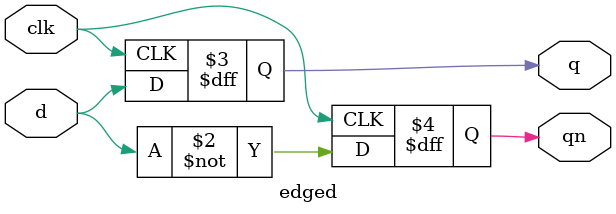
<source format=v>
`timescale 1ns / 1ps

//±ßÔµ´¥·¢µÄD´¥·¢Æ÷
module edged(
input d,clk,
output reg q,qn
    );
always@(posedge clk) begin
	q <= d;
	qn <= ~d;
end
endmodule

</source>
